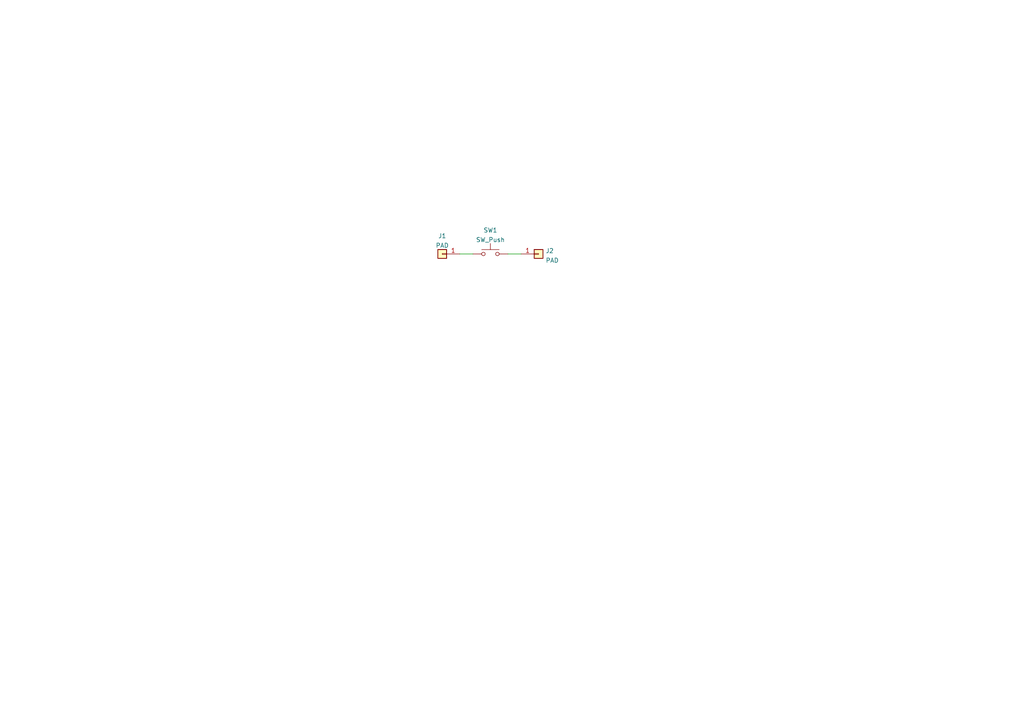
<source format=kicad_sch>
(kicad_sch (version 20211123) (generator eeschema)
  (paper "A4")
  (lib_symbols
    (symbol "Connector_Generic:Conn_01x01" (pin_names (offset 1.016) hide)
      (property "Reference" "J" (at 0 2.54 0))
      (property "Value" "Conn_01x01" (at 0 -2.54 0))
      (symbol "Conn_01x01_1_1"
        (rectangle (start -1.27 0.127) (end 0 -0.127) (stroke (width 0.1524)))
        (rectangle (start -1.27 1.27) (end 1.27 -1.27) (stroke (width 0.254)) (fill (type background)))
        (pin passive line (at -5.08 0 0) (length 3.81) (name "Pin_1") (number "1"))
      )
    )
    (symbol "Switch:SW_Push" (pin_numbers hide) (pin_names (offset 1.016) hide)
      (property "Reference" "SW" (at 1.27 2.54 0))
      (property "Value" "SW_Push" (at 0 -1.524 0))
      (symbol "SW_Push_0_1"
        (circle (center -2.032 0) (radius 0.508))
        (polyline (pts (xy 0 1.27) (xy 0 3.048)))
        (polyline (pts (xy 2.54 1.27) (xy -2.54 1.27)))
        (circle (center 2.032 0) (radius 0.508))
        (pin passive line (at -5.08 0 0) (length 2.54) (name "1") (number "1"))
        (pin passive line (at 5.08 0 180) (length 2.54) (name "2") (number "2"))
      )
    )
  )
  (wire (pts (xy 147.32 73.66) (xy 151.13 73.66)))
  (wire (pts (xy 133.35 73.66) (xy 137.16 73.66)))
  (symbol (lib_id "Switch:SW_Push") (at 142.24 73.66 0) (unit 1)
    (property "Reference" "SW1" (at 142.24 66.7725 0))
    (property "Value" "SW_Push" (at 142.24 69.5476 0))
    (property "Footprint" "Button_Switch_SMD:SW_Push_1P1T_NO_6x6mm_H9.5mm" (effects hide))
  )
  (symbol (lib_id "Connector_Generic:Conn_01x01") (at 128.27 73.66 180) (unit 1)
    (property "Reference" "J1" (at 128.27 68.4235 0))
    (property "Value" "PAD" (at 128.27 71.1986 0))
    (property "Footprint" "Connector_Pin:Pin_D1.3mm_L11.0mm" (effects hide))
  )
  (symbol (lib_id "Connector_Generic:Conn_01x01") (at 156.21 73.66 0) (unit 1)
    (property "Reference" "J2" (at 158.242 72.7515 0) (effects (justify left)))
    (property "Value" "PAD" (at 158.242 75.5266 0) (effects (justify left)))
    (property "Footprint" "Connector_Pin:Pin_D1.3mm_L11.0mm" (effects hide))
  )
)
</source>
